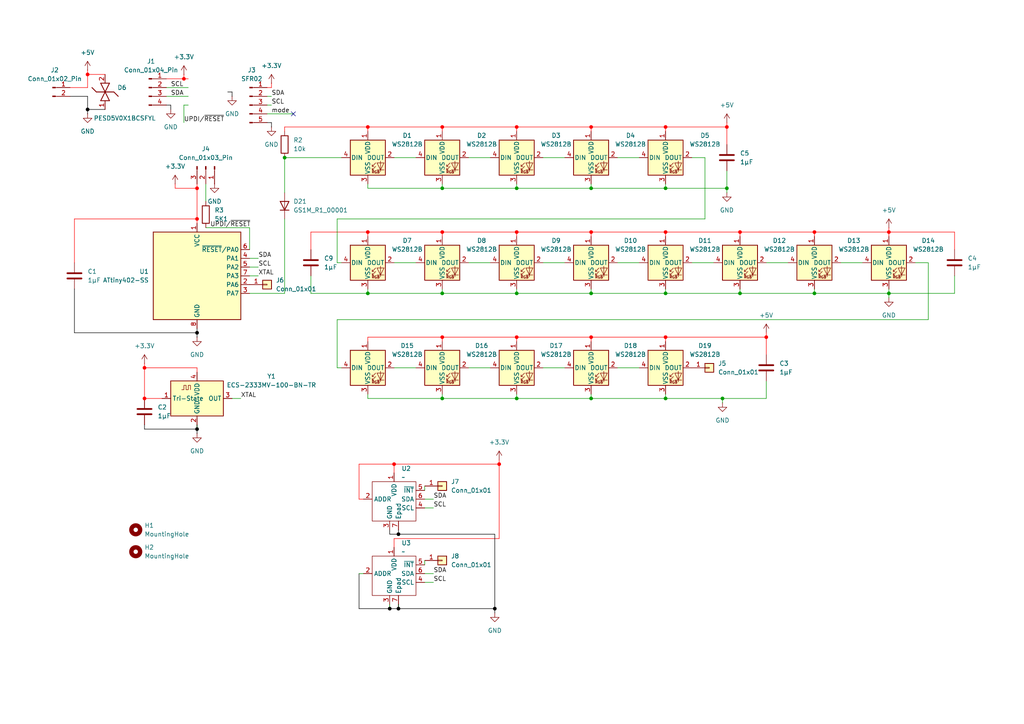
<source format=kicad_sch>
(kicad_sch (version 20250114) (generator "eeschema") (generator_version "9.0")
  (paper "A4")
  (lib_symbols
    (symbol "Connector:Conn_01x02_Pin" (pin_names (offset 1.016) (hide yes))
      (property "Reference" "J" (at 0 2.54 0))
      (property "Value" "Conn_01x02_Pin" (at 0 -5.08 0))
      (symbol "Conn_01x02_Pin_1_1"
        (rectangle (start 0.8636 0.127) (end 0 -0.127) (stroke (width 0.1524)) (fill (type outline)))
        (rectangle (start 0.8636 -2.413) (end 0 -2.667) (stroke (width 0.1524)) (fill (type outline)))
        (polyline (pts (xy 1.27 0) (xy 0.8636 0)) (stroke (width 0.1524)))
        (polyline (pts (xy 1.27 -2.54) (xy 0.8636 -2.54)) (stroke (width 0.1524)))
        (pin passive line (at 5.08 0 180) (length 3.81) (name "Pin_1") (number "1"))
        (pin passive line (at 5.08 -2.54 180) (length 3.81) (name "Pin_2") (number "2"))
      )
    )
    (symbol "Connector:Conn_01x03_Pin" (pin_names (offset 1.016) (hide yes))
      (property "Reference" "J" (at 0 5.08 0))
      (property "Value" "Conn_01x03_Pin" (at 0 -5.08 0))
      (symbol "Conn_01x03_Pin_1_1"
        (rectangle (start 0.8636 2.667) (end 0 2.413) (stroke (width 0.1524)) (fill (type outline)))
        (rectangle (start 0.8636 0.127) (end 0 -0.127) (stroke (width 0.1524)) (fill (type outline)))
        (rectangle (start 0.8636 -2.413) (end 0 -2.667) (stroke (width 0.1524)) (fill (type outline)))
        (polyline (pts (xy 1.27 2.54) (xy 0.8636 2.54)) (stroke (width 0.1524)))
        (polyline (pts (xy 1.27 0) (xy 0.8636 0)) (stroke (width 0.1524)))
        (polyline (pts (xy 1.27 -2.54) (xy 0.8636 -2.54)) (stroke (width 0.1524)))
        (pin passive line (at 5.08 2.54 180) (length 3.81) (name "Pin_1") (number "1"))
        (pin passive line (at 5.08 0 180) (length 3.81) (name "Pin_2") (number "2"))
        (pin passive line (at 5.08 -2.54 180) (length 3.81) (name "Pin_3") (number "3"))
      )
    )
    (symbol "Connector:Conn_01x04_Pin" (pin_names (offset 1.016) (hide yes))
      (property "Reference" "J" (at 0 5.08 0))
      (property "Value" "Conn_01x04_Pin" (at 0 -7.62 0))
      (symbol "Conn_01x04_Pin_1_1"
        (rectangle (start 0.8636 2.667) (end 0 2.413) (stroke (width 0.1524)) (fill (type outline)))
        (rectangle (start 0.8636 0.127) (end 0 -0.127) (stroke (width 0.1524)) (fill (type outline)))
        (rectangle (start 0.8636 -2.413) (end 0 -2.667) (stroke (width 0.1524)) (fill (type outline)))
        (rectangle (start 0.8636 -4.953) (end 0 -5.207) (stroke (width 0.1524)) (fill (type outline)))
        (polyline (pts (xy 1.27 2.54) (xy 0.8636 2.54)) (stroke (width 0.1524)))
        (polyline (pts (xy 1.27 0) (xy 0.8636 0)) (stroke (width 0.1524)))
        (polyline (pts (xy 1.27 -2.54) (xy 0.8636 -2.54)) (stroke (width 0.1524)))
        (polyline (pts (xy 1.27 -5.08) (xy 0.8636 -5.08)) (stroke (width 0.1524)))
        (pin passive line (at 5.08 2.54 180) (length 3.81) (name "Pin_1") (number "1"))
        (pin passive line (at 5.08 0 180) (length 3.81) (name "Pin_2") (number "2"))
        (pin passive line (at 5.08 -2.54 180) (length 3.81) (name "Pin_3") (number "3"))
        (pin passive line (at 5.08 -5.08 180) (length 3.81) (name "Pin_4") (number "4"))
      )
    )
    (symbol "Connector:Conn_01x05_Pin" (pin_names (offset 1.016) (hide yes))
      (property "Reference" "J" (at 0 7.62 0))
      (property "Value" "Conn_01x05_Pin" (at 0 -7.62 0))
      (symbol "Conn_01x05_Pin_1_1"
        (rectangle (start 0.8636 5.207) (end 0 4.953) (stroke (width 0.1524)) (fill (type outline)))
        (rectangle (start 0.8636 2.667) (end 0 2.413) (stroke (width 0.1524)) (fill (type outline)))
        (rectangle (start 0.8636 0.127) (end 0 -0.127) (stroke (width 0.1524)) (fill (type outline)))
        (rectangle (start 0.8636 -2.413) (end 0 -2.667) (stroke (width 0.1524)) (fill (type outline)))
        (rectangle (start 0.8636 -4.953) (end 0 -5.207) (stroke (width 0.1524)) (fill (type outline)))
        (polyline (pts (xy 1.27 5.08) (xy 0.8636 5.08)) (stroke (width 0.1524)))
        (polyline (pts (xy 1.27 2.54) (xy 0.8636 2.54)) (stroke (width 0.1524)))
        (polyline (pts (xy 1.27 0) (xy 0.8636 0)) (stroke (width 0.1524)))
        (polyline (pts (xy 1.27 -2.54) (xy 0.8636 -2.54)) (stroke (width 0.1524)))
        (polyline (pts (xy 1.27 -5.08) (xy 0.8636 -5.08)) (stroke (width 0.1524)))
        (pin passive line (at 5.08 5.08 180) (length 3.81) (name "Pin_1") (number "1"))
        (pin passive line (at 5.08 2.54 180) (length 3.81) (name "Pin_2") (number "2"))
        (pin passive line (at 5.08 0 180) (length 3.81) (name "Pin_3") (number "3"))
        (pin passive line (at 5.08 -2.54 180) (length 3.81) (name "Pin_4") (number "4"))
        (pin passive line (at 5.08 -5.08 180) (length 3.81) (name "Pin_5") (number "5"))
      )
    )
    (symbol "Connector_Generic:Conn_01x01" (pin_names (offset 1.016) (hide yes))
      (property "Reference" "J" (at 0 2.54 0))
      (property "Value" "Conn_01x01" (at 0 -2.54 0))
      (symbol "Conn_01x01_1_1"
        (rectangle (start -1.27 1.27) (end 1.27 -1.27) (stroke (width 0.254)) (fill (type background)))
        (rectangle (start -1.27 0.127) (end 0 -0.127) (stroke (width 0.1524)))
        (pin passive line (at -5.08 0 0) (length 3.81) (name "Pin_1") (number "1"))
      )
    )
    (symbol "Device:C" (pin_numbers (hide yes)) (pin_names (offset 0.254))
      (property "Reference" "C" (at 0.635 2.54 0))
      (property "Value" "C" (at 0.635 -2.54 0))
      (symbol "C_0_1"
        (polyline (pts (xy -2.032 0.762) (xy 2.032 0.762)) (stroke (width 0.508)))
        (polyline (pts (xy -2.032 -0.762) (xy 2.032 -0.762)) (stroke (width 0.508)))
      )
      (symbol "C_1_1"
        (pin passive line (at 0 3.81 270) (length 2.794) (name "~") (number "1"))
        (pin passive line (at 0 -3.81 90) (length 2.794) (name "~") (number "2"))
      )
    )
    (symbol "Device:D" (pin_numbers (hide yes)) (pin_names (offset 1.016) (hide yes))
      (property "Reference" "D" (at 0 2.54 0))
      (property "Value" "D" (at 0 -2.54 0))
      (symbol "D_0_1"
        (polyline (pts (xy -1.27 1.27) (xy -1.27 -1.27)) (stroke (width 0.254)))
        (polyline (pts (xy 1.27 1.27) (xy 1.27 -1.27) (xy -1.27 0) (xy 1.27 1.27)) (stroke (width 0.254)))
        (polyline (pts (xy 1.27 0) (xy -1.27 0)))
      )
      (symbol "D_1_1"
        (pin passive line (at -3.81 0 0) (length 2.54) (name "K") (number "1"))
        (pin passive line (at 3.81 0 180) (length 2.54) (name "A") (number "2"))
      )
    )
    (symbol "Device:R" (pin_numbers (hide yes)) (pin_names (offset 0))
      (property "Reference" "R" (at 2.032 0 90))
      (property "Value" "R" (at 0 0 90))
      (symbol "R_0_1"
        (rectangle (start -1.016 -2.54) (end 1.016 2.54) (stroke (width 0.254)))
      )
      (symbol "R_1_1"
        (pin passive line (at 0 3.81 270) (length 1.27) (name "~") (number "1"))
        (pin passive line (at 0 -3.81 90) (length 1.27) (name "~") (number "2"))
      )
    )
    (symbol "LED:WS2812B" (pin_names (offset 0.254))
      (property "Reference" "D" (at 5.08 5.715 0))
      (property "Value" "WS2812B" (at 1.27 -5.715 0))
      (symbol "WS2812B_0_0"
        (text "RGB" (at 2.286 -4.191 0) (effects (font (size 0.762 0.762))))
      )
      (symbol "WS2812B_0_1"
        (polyline (pts (xy 1.27 -2.54) (xy 1.778 -2.54)))
        (polyline (pts (xy 1.27 -3.556) (xy 1.778 -3.556)))
        (polyline (pts (xy 2.286 -1.524) (xy 1.27 -2.54) (xy 1.27 -2.032)))
        (polyline (pts (xy 2.286 -2.54) (xy 1.27 -3.556) (xy 1.27 -3.048)))
        (polyline (pts (xy 3.683 -1.016) (xy 3.683 -3.556) (xy 3.683 -4.064)))
        (polyline (pts (xy 4.699 -1.524) (xy 2.667 -1.524) (xy 3.683 -3.556) (xy 4.699 -1.524)))
        (polyline (pts (xy 4.699 -3.556) (xy 2.667 -3.556)))
        (rectangle (start 5.08 5.08) (end -5.08 -5.08) (stroke (width 0.254)) (fill (type background)))
      )
      (symbol "WS2812B_1_1"
        (pin input line (at -7.62 0 0) (length 2.54) (name "DIN") (number "4"))
        (pin power_in line (at 0 7.62 270) (length 2.54) (name "VDD") (number "1"))
        (pin power_in line (at 0 -7.62 90) (length 2.54) (name "VSS") (number "3"))
        (pin output line (at 7.62 0 180) (length 2.54) (name "DOUT") (number "2"))
      )
    )
    (symbol "MCU_Microchip_ATtiny:ATtiny202-SS"
      (property "Reference" "U" (at -12.7 13.97 0))
      (property "Value" "ATtiny202-SS" (at 2.54 -13.97 0))
      (symbol "ATtiny202-SS_0_1"
        (rectangle (start -12.7 -12.7) (end 12.7 12.7) (stroke (width 0.254)) (fill (type background)))
      )
      (symbol "ATtiny202-SS_1_1"
        (pin power_in line (at 0 15.24 270) (length 2.54) (name "VCC") (number "1"))
        (pin power_in line (at 0 -15.24 90) (length 2.54) (name "GND") (number "8"))
        (pin bidirectional line (at 15.24 7.62 180) (length 2.54) (name "~{RESET}/PA0") (number "6"))
        (pin bidirectional line (at 15.24 5.08 180) (length 2.54) (name "PA1") (number "4"))
        (pin bidirectional line (at 15.24 2.54 180) (length 2.54) (name "PA2") (number "5"))
        (pin bidirectional line (at 15.24 0 180) (length 2.54) (name "PA3") (number "7"))
        (pin bidirectional line (at 15.24 -2.54 180) (length 2.54) (name "PA6") (number "2"))
        (pin bidirectional line (at 15.24 -5.08 180) (length 2.54) (name "PA7") (number "3"))
      )
    )
    (symbol "Mechanical:MountingHole" (pin_names (offset 1.016)) (exclude_from_sim yes) (in_bom no)
      (property "Reference" "H" (at 0 5.08 0))
      (property "Value" "MountingHole" (at 0 3.175 0))
      (symbol "MountingHole_0_1"
        (circle (center 0 0) (radius 1.27) (stroke (width 1.27)))
      )
    )
    (symbol "PESD5V0X1BCSFYL:PESD5V0X1BCSFYL" (pin_names (hide yes))
      (property "Reference" "D" (at 15.24 8.89 0))
      (property "Value" "PESD5V0X1BCSFYL" (at 15.24 6.35 0))
      (symbol "PESD5V0X1BCSFYL_1_1"
        (polyline (pts (xy 7.62 1.27) (xy 7.62 -1.27)) (stroke (width 0.254)))
        (polyline (pts (xy 7.62 1.27) (xy 10.16 0)) (stroke (width 0.254)))
        (polyline (pts (xy 10.16 0) (xy 7.62 -1.27)) (stroke (width 0.254)))
        (polyline (pts (xy 10.16 0) (xy 12.7 -1.27)) (stroke (width 0.254)))
        (polyline (pts (xy 10.16 -2.54) (xy 8.89 -3.81)) (stroke (width 0.254)))
        (polyline (pts (xy 10.16 -2.54) (xy 10.16 2.54)) (stroke (width 0.254)))
        (polyline (pts (xy 11.43 3.81) (xy 10.16 2.54)) (stroke (width 0.254)))
        (polyline (pts (xy 12.7 1.27) (xy 10.16 0)) (stroke (width 0.254)))
        (polyline (pts (xy 12.7 1.27) (xy 12.7 -1.27)) (stroke (width 0.254)))
        (pin passive line (at 5.08 0 0) (length 2.54) (name "K1") (number "1"))
        (pin passive line (at 15.24 0 180) (length 2.54) (name "K2") (number "2"))
      )
    )
    (symbol "power:+3.3V" (power) (pin_numbers (hide yes)) (pin_names (offset 0) (hide yes))
      (property "Value" "+3.3V" (at 0 3.556 0))
      (symbol "+3.3V_0_1"
        (polyline (pts (xy -0.762 1.27) (xy 0 2.54)))
        (polyline (pts (xy 0 2.54) (xy 0.762 1.27)))
        (polyline (pts (xy 0 0) (xy 0 2.54)))
      )
      (symbol "+3.3V_1_1"
        (pin power_in line (at 0 0 90) (length 0) (name "~") (number "1"))
      )
    )
    (symbol "power:+5V" (power) (pin_numbers (hide yes)) (pin_names (offset 0) (hide yes))
      (property "Value" "+5V" (at 0 3.556 0))
      (symbol "+5V_0_1"
        (polyline (pts (xy -0.762 1.27) (xy 0 2.54)))
        (polyline (pts (xy 0 2.54) (xy 0.762 1.27)))
        (polyline (pts (xy 0 0) (xy 0 2.54)))
      )
      (symbol "+5V_1_1"
        (pin power_in line (at 0 0 90) (length 0) (name "~") (number "1"))
      )
    )
    (symbol "power:GND" (power) (pin_numbers (hide yes)) (pin_names (offset 0) (hide yes))
      (property "Value" "GND" (at 0 -3.81 0))
      (symbol "GND_0_1"
        (polyline (pts (xy 0 0) (xy 0 -1.27) (xy 1.27 -1.27) (xy 0 -2.54) (xy -1.27 -1.27) (xy 0 -1.27)))
      )
      (symbol "GND_1_1"
        (pin power_in line (at 0 0 270) (length 0) (name "~") (number "1"))
      )
    )
    (symbol "robot:ECS-2333MV-xxx-xx"
      (property "Reference" "Y" (at -5.08 6.35 0))
      (property "Value" "ECS-2333MV-xxx-xx" (at 1.27 -6.35 0))
      (symbol "ECS-2333MV-xxx-xx_0_1"
        (rectangle (start -7.62 5.08) (end 7.62 -5.08) (stroke (width 0.254)) (fill (type background)))
        (polyline (pts (xy -4.445 2.54) (xy -3.81 2.54) (xy -3.81 3.81) (xy -3.175 3.81) (xy -3.175 2.54) (xy -2.54 2.54) (xy -2.54 3.81) (xy -1.905 3.81) (xy -1.905 2.54)))
      )
      (symbol "ECS-2333MV-xxx-xx_1_1"
        (pin input line (at -10.16 0 0) (length 2.54) (name "Tri-State") (number "1"))
        (pin power_in line (at 0 7.62 270) (length 2.54) (name "VDD") (number "4"))
        (pin power_in line (at 0 -7.62 90) (length 2.54) (name "GND") (number "2"))
        (pin output line (at 10.16 0 180) (length 2.54) (name "OUT") (number "3"))
      )
    )
    (symbol "robot:OPT3004"
      (property "Reference" "U" (at -2.032 10.668 0))
      (symbol "OPT3004_0_1"
        (rectangle (start -6.35 5.08) (end 6.35 -6.35))
      )
      (symbol "OPT3004_1_1"
        (pin input line (at -8.89 0 0) (length 2.54) (name "ADDR") (number "2"))
        (pin input line (at -1.27 -8.89 90) (length 2.54) (name "GND") (number "3"))
        (pin input line (at 0 7.62 270) (length 2.54) (name "VDD") (number "1"))
        (pin input line (at 1.27 -8.89 90) (length 2.54) (name "Epad") (number "7"))
        (pin open_emitter line (at 8.89 2.54 180) (length 2.54) (name "~{INT}") (number "5"))
        (pin open_emitter line (at 8.89 0 180) (length 2.54) (name "SDA") (number "6"))
        (pin open_emitter line (at 8.89 -2.54 180) (length 2.54) (name "SCL") (number "4"))
      )
    )
  )
  (junction (at 214.63 85.09))
  (junction (at 128.27 115.57))
  (junction (at 193.04 85.09))
  (junction (at 128.27 54.61))
  (junction (at 222.25 97.79) (color 255 0 0 1))
  (junction (at 115.57 154.94) (color 0 0 0 1))
  (junction (at 57.15 124.46) (color 0 0 0 1))
  (junction (at 114.3 134.62) (color 255 0 0 1))
  (junction (at 57.15 96.52) (color 0 0 0 1))
  (junction (at 257.81 67.31) (color 255 0 0 1))
  (junction (at 143.51 176.53) (color 0 0 0 1))
  (junction (at 171.45 85.09))
  (junction (at 236.22 85.09))
  (junction (at 171.45 97.79) (color 255 0 0 1))
  (junction (at 193.04 54.61))
  (junction (at 57.15 54.61) (color 255 0 0 1))
  (junction (at 149.86 97.79) (color 255 0 0 1))
  (junction (at 128.27 36.83) (color 255 0 0 1))
  (junction (at 41.91 106.68) (color 255 0 0 1))
  (junction (at 193.04 97.79) (color 255 0 0 1))
  (junction (at 171.45 54.61))
  (junction (at 149.86 85.09))
  (junction (at 106.68 85.09))
  (junction (at 113.03 176.53) (color 0 0 0 1))
  (junction (at 128.27 67.31) (color 255 0 0 1))
  (junction (at 171.45 36.83) (color 255 0 0 1))
  (junction (at 57.15 63.5) (color 255 0 0 1))
  (junction (at 149.86 115.57))
  (junction (at 41.91 115.57) (color 255 0 0 1))
  (junction (at 25.4 31.75) (color 0 0 0 1))
  (junction (at 82.55 45.72))
  (junction (at 149.86 54.61))
  (junction (at 144.78 134.62) (color 255 0 0 1))
  (junction (at 193.04 36.83) (color 255 0 0 1))
  (junction (at 193.04 67.31) (color 255 0 0 1))
  (junction (at 209.55 115.57))
  (junction (at 193.04 115.57))
  (junction (at 210.82 36.83) (color 255 0 0 1))
  (junction (at 115.57 176.53) (color 0 0 0 1))
  (junction (at 25.4 21.59) (color 255 0 0 1))
  (junction (at 210.82 54.61))
  (junction (at 106.68 67.31) (color 255 0 0 1))
  (junction (at 106.68 36.83) (color 255 0 0 1))
  (junction (at 171.45 67.31) (color 255 0 0 1))
  (junction (at 236.22 67.31) (color 255 0 0 1))
  (junction (at 257.81 85.09))
  (junction (at 149.86 36.83) (color 255 0 0 1))
  (junction (at 149.86 67.31) (color 255 0 0 1))
  (junction (at 214.63 67.31) (color 255 0 0 1))
  (junction (at 53.34 22.86) (color 255 0 0 1))
  (junction (at 171.45 115.57))
  (junction (at 128.27 97.79) (color 255 0 0 1))
  (junction (at 128.27 85.09))
  (no_connect (at 85.09 33.02))
  (wire (pts (xy 113.03 153.67) (xy 113.03 154.94)) (stroke (width 0) (color 0 0 0 1)))
  (wire (pts (xy 41.91 124.46) (xy 57.15 124.46)) (stroke (width 0) (color 0 0 0 1)))
  (wire (pts (xy 171.45 114.3) (xy 171.45 115.57)))
  (wire (pts (xy 210.82 36.83) (xy 193.04 36.83)) (stroke (width 0) (color 255 0 0 1)))
  (wire (pts (xy 54.61 30.48) (xy 53.34 30.48)))
  (wire (pts (xy 106.68 97.79) (xy 128.27 97.79)) (stroke (width 0) (color 255 0 0 1)))
  (wire (pts (xy 114.3 76.2) (xy 120.65 76.2)))
  (wire (pts (xy 193.04 97.79) (xy 222.25 97.79)) (stroke (width 0) (color 255 0 0 1)))
  (wire (pts (xy 113.03 176.53) (xy 115.57 176.53)) (stroke (width 0) (color 0 0 0 1)))
  (wire (pts (xy 48.26 30.48) (xy 49.53 30.48)) (stroke (width 0) (color 0 0 0 1)))
  (wire (pts (xy 54.61 22.86) (xy 53.34 22.86)) (stroke (width 0) (color 255 0 0 1)))
  (wire (pts (xy 157.48 76.2) (xy 163.83 76.2)))
  (wire (pts (xy 128.27 36.83) (xy 128.27 38.1)) (stroke (width 0) (color 255 0 0 1)))
  (wire (pts (xy 149.86 36.83) (xy 149.86 38.1)) (stroke (width 0) (color 255 0 0 1)))
  (wire (pts (xy 135.89 76.2) (xy 142.24 76.2)))
  (wire (pts (xy 106.68 54.61) (xy 128.27 54.61)))
  (wire (pts (xy 72.39 80.01) (xy 74.93 80.01)))
  (wire (pts (xy 276.86 72.39) (xy 276.86 67.31)) (stroke (width 0) (color 255 0 0 1)))
  (wire (pts (xy 72.39 74.93) (xy 74.93 74.93)))
  (wire (pts (xy 41.91 105.41) (xy 41.91 106.68)) (stroke (width 0) (color 255 0 0 1)))
  (wire (pts (xy 193.04 114.3) (xy 193.04 115.57)))
  (wire (pts (xy 123.19 166.37) (xy 125.73 166.37)))
  (wire (pts (xy 143.51 154.94) (xy 143.51 176.53)) (stroke (width 0) (color 0 0 0 1)))
  (wire (pts (xy 149.86 54.61) (xy 171.45 54.61)))
  (wire (pts (xy 53.34 30.48) (xy 53.34 35.56)))
  (wire (pts (xy 123.19 168.91) (xy 125.73 168.91)))
  (wire (pts (xy 222.25 110.49) (xy 222.25 115.57)))
  (wire (pts (xy 57.15 63.5) (xy 57.15 64.77)) (stroke (width 0) (color 255 0 0 1)))
  (wire (pts (xy 128.27 97.79) (xy 149.86 97.79)) (stroke (width 0) (color 255 0 0 1)))
  (wire (pts (xy 171.45 85.09) (xy 193.04 85.09)))
  (wire (pts (xy 57.15 124.46) (xy 57.15 123.19)) (stroke (width 0) (color 0 0 0 1)))
  (wire (pts (xy 77.47 33.02) (xy 85.09 33.02)))
  (wire (pts (xy 171.45 53.34) (xy 171.45 54.61)))
  (wire (pts (xy 179.07 76.2) (xy 185.42 76.2)))
  (wire (pts (xy 114.3 156.21) (xy 144.78 156.21)) (stroke (width 0) (color 255 0 0 1)))
  (wire (pts (xy 82.55 63.5) (xy 82.55 85.09)))
  (wire (pts (xy 214.63 85.09) (xy 236.22 85.09)))
  (wire (pts (xy 171.45 83.82) (xy 171.45 85.09)))
  (wire (pts (xy 222.25 97.79) (xy 222.25 102.87)) (stroke (width 0) (color 255 0 0 1)))
  (wire (pts (xy 269.24 76.2) (xy 265.43 76.2)))
  (wire (pts (xy 236.22 67.31) (xy 257.81 67.31)) (stroke (width 0) (color 255 0 0 1)))
  (wire (pts (xy 77.47 35.56) (xy 78.74 35.56)) (stroke (width 0) (color 0 0 0 1)))
  (wire (pts (xy 72.39 85.09) (xy 82.55 85.09)))
  (wire (pts (xy 57.15 95.25) (xy 57.15 96.52)) (stroke (width 0) (color 0 0 0 1)))
  (wire (pts (xy 115.57 154.94) (xy 143.51 154.94)) (stroke (width 0) (color 0 0 0 1)))
  (wire (pts (xy 269.24 92.71) (xy 269.24 76.2)))
  (wire (pts (xy 115.57 153.67) (xy 115.57 154.94)) (stroke (width 0) (color 0 0 0 1)))
  (wire (pts (xy 128.27 36.83) (xy 106.68 36.83)) (stroke (width 0) (color 255 0 0 1)))
  (wire (pts (xy 114.3 106.68) (xy 120.65 106.68)))
  (wire (pts (xy 157.48 106.68) (xy 163.83 106.68)))
  (wire (pts (xy 82.55 55.88) (xy 82.55 45.72)))
  (wire (pts (xy 115.57 176.53) (xy 143.51 176.53)) (stroke (width 0) (color 0 0 0 1)))
  (wire (pts (xy 210.82 49.53) (xy 210.82 54.61)))
  (wire (pts (xy 171.45 67.31) (xy 193.04 67.31)) (stroke (width 0) (color 255 0 0 1)))
  (wire (pts (xy 179.07 45.72) (xy 185.42 45.72)))
  (wire (pts (xy 149.86 67.31) (xy 171.45 67.31)) (stroke (width 0) (color 255 0 0 1)))
  (wire (pts (xy 104.14 144.78) (xy 104.14 134.62)) (stroke (width 0) (color 255 0 0 1)))
  (wire (pts (xy 41.91 115.57) (xy 46.99 115.57)) (stroke (width 0) (color 255 0 0 1)))
  (wire (pts (xy 106.68 67.31) (xy 90.17 67.31)) (stroke (width 0) (color 255 0 0 1)))
  (wire (pts (xy 143.51 176.53) (xy 143.51 177.8)) (stroke (width 0) (color 0 0 0 1)))
  (wire (pts (xy 171.45 36.83) (xy 149.86 36.83)) (stroke (width 0) (color 255 0 0 1)))
  (wire (pts (xy 25.4 31.75) (xy 30.48 31.75)) (stroke (width 0) (color 0 0 0 1)))
  (wire (pts (xy 41.91 124.46) (xy 41.91 123.19)) (stroke (width 0) (color 0 0 0 1)))
  (wire (pts (xy 214.63 83.82) (xy 214.63 85.09)))
  (wire (pts (xy 49.53 30.48) (xy 49.53 31.75)) (stroke (width 0) (color 0 0 0 1)))
  (wire (pts (xy 123.19 162.56) (xy 123.19 163.83)))
  (wire (pts (xy 115.57 176.53) (xy 115.57 175.26)))
  (wire (pts (xy 104.14 134.62) (xy 114.3 134.62)) (stroke (width 0) (color 255 0 0 1)))
  (wire (pts (xy 157.48 45.72) (xy 163.83 45.72)))
  (wire (pts (xy 171.45 54.61) (xy 193.04 54.61)))
  (wire (pts (xy 82.55 45.72) (xy 99.06 45.72)))
  (wire (pts (xy 128.27 97.79) (xy 128.27 99.06)) (stroke (width 0) (color 255 0 0 1)))
  (wire (pts (xy 179.07 106.68) (xy 185.42 106.68)))
  (wire (pts (xy 193.04 97.79) (xy 193.04 99.06)) (stroke (width 0) (color 255 0 0 1)))
  (wire (pts (xy 97.79 92.71) (xy 269.24 92.71)))
  (wire (pts (xy 144.78 133.35) (xy 144.78 134.62)) (stroke (width 0) (color 255 0 0 1)))
  (wire (pts (xy 106.68 115.57) (xy 106.68 114.3)))
  (wire (pts (xy 257.81 85.09) (xy 257.81 86.36)))
  (wire (pts (xy 115.57 176.53) (xy 115.57 175.26)) (stroke (width 0) (color 0 0 0 1)))
  (wire (pts (xy 149.86 97.79) (xy 149.86 99.06)) (stroke (width 0) (color 255 0 0 1)))
  (wire (pts (xy 57.15 124.46) (xy 57.15 125.73)) (stroke (width 0) (color 0 0 0 1)))
  (wire (pts (xy 82.55 36.83) (xy 82.55 38.1)) (stroke (width 0) (color 255 0 0 1)))
  (wire (pts (xy 59.69 53.34) (xy 59.69 58.42)))
  (wire (pts (xy 57.15 106.68) (xy 57.15 107.95)) (stroke (width 0) (color 255 0 0 1)))
  (wire (pts (xy 222.25 97.79) (xy 222.25 96.52)) (stroke (width 0) (color 255 0 0 1)))
  (wire (pts (xy 53.34 22.86) (xy 53.34 21.59)) (stroke (width 0) (color 255 0 0 1)))
  (wire (pts (xy 114.3 45.72) (xy 120.65 45.72)))
  (wire (pts (xy 77.47 30.48) (xy 78.74 30.48)))
  (wire (pts (xy 77.47 25.4) (xy 78.74 25.4)) (stroke (width 0) (color 255 0 0 1)))
  (wire (pts (xy 106.68 67.31) (xy 128.27 67.31)) (stroke (width 0) (color 255 0 0 1)))
  (wire (pts (xy 193.04 36.83) (xy 171.45 36.83)) (stroke (width 0) (color 255 0 0 1)))
  (wire (pts (xy 25.4 21.59) (xy 30.48 21.59)) (stroke (width 0) (color 255 0 0 1)))
  (wire (pts (xy 149.86 53.34) (xy 149.86 54.61)))
  (wire (pts (xy 128.27 54.61) (xy 149.86 54.61)))
  (wire (pts (xy 214.63 67.31) (xy 236.22 67.31)) (stroke (width 0) (color 255 0 0 1)))
  (wire (pts (xy 171.45 115.57) (xy 149.86 115.57)))
  (wire (pts (xy 104.14 176.53) (xy 113.03 176.53)) (stroke (width 0) (color 0 0 0 1)))
  (wire (pts (xy 90.17 67.31) (xy 90.17 72.39)) (stroke (width 0) (color 255 0 0 1)))
  (wire (pts (xy 149.86 85.09) (xy 171.45 85.09)))
  (wire (pts (xy 21.59 83.82) (xy 21.59 96.52)) (stroke (width 0) (color 0 0 0 1)))
  (wire (pts (xy 222.25 76.2) (xy 228.6 76.2)))
  (wire (pts (xy 106.68 85.09) (xy 128.27 85.09)))
  (wire (pts (xy 104.14 166.37) (xy 104.14 176.53)) (stroke (width 0) (color 0 0 0 1)))
  (wire (pts (xy 236.22 83.82) (xy 236.22 85.09)))
  (wire (pts (xy 257.81 67.31) (xy 276.86 67.31)) (stroke (width 0) (color 255 0 0 1)))
  (wire (pts (xy 50.8 54.61) (xy 57.15 54.61)) (stroke (width 0) (color 255 0 0 1)))
  (wire (pts (xy 25.4 25.4) (xy 25.4 21.59)) (stroke (width 0) (color 255 0 0 1)))
  (wire (pts (xy 236.22 67.31) (xy 236.22 68.58)) (stroke (width 0) (color 255 0 0 1)))
  (wire (pts (xy 21.59 96.52) (xy 57.15 96.52)) (stroke (width 0) (color 0 0 0 1)))
  (wire (pts (xy 25.4 21.59) (xy 25.4 20.32)) (stroke (width 0) (color 255 0 0 1)))
  (wire (pts (xy 25.4 31.75) (xy 25.4 33.02)) (stroke (width 0) (color 0 0 0 1)))
  (wire (pts (xy 57.15 53.34) (xy 57.15 54.61)) (stroke (width 0) (color 255 0 0 1)))
  (wire (pts (xy 106.68 53.34) (xy 106.68 54.61)))
  (wire (pts (xy 128.27 67.31) (xy 128.27 68.58)) (stroke (width 0) (color 255 0 0 1)))
  (wire (pts (xy 97.79 76.2) (xy 97.79 63.5)))
  (wire (pts (xy 193.04 83.82) (xy 193.04 85.09)))
  (wire (pts (xy 20.32 27.94) (xy 25.4 27.94)) (stroke (width 0) (color 0 0 0 1)))
  (wire (pts (xy 193.04 53.34) (xy 193.04 54.61)))
  (wire (pts (xy 222.25 115.57) (xy 209.55 115.57)))
  (wire (pts (xy 66.04 26.67) (xy 67.31 26.67)) (stroke (width 0) (color 0 0 0 1)))
  (wire (pts (xy 257.81 66.04) (xy 257.81 67.31)) (stroke (width 0) (color 255 0 0 1)))
  (wire (pts (xy 106.68 36.83) (xy 82.55 36.83)) (stroke (width 0) (color 255 0 0 1)))
  (wire (pts (xy 193.04 67.31) (xy 193.04 68.58)) (stroke (width 0) (color 255 0 0 1)))
  (wire (pts (xy 113.03 176.53) (xy 113.03 175.26)) (stroke (width 0) (color 0 0 0 1)))
  (wire (pts (xy 48.26 25.4) (xy 54.61 25.4)))
  (wire (pts (xy 48.26 27.94) (xy 54.61 27.94)))
  (wire (pts (xy 50.8 53.34) (xy 50.8 54.61)) (stroke (width 0) (color 255 0 0 1)))
  (wire (pts (xy 135.89 45.72) (xy 142.24 45.72)))
  (wire (pts (xy 200.66 45.72) (xy 204.47 45.72)))
  (wire (pts (xy 123.19 147.32) (xy 125.73 147.32)))
  (wire (pts (xy 48.26 22.86) (xy 53.34 22.86)) (stroke (width 0) (color 255 0 0 1)))
  (wire (pts (xy 243.84 76.2) (xy 250.19 76.2)))
  (wire (pts (xy 210.82 36.83) (xy 210.82 41.91)) (stroke (width 0) (color 255 0 0 1)))
  (wire (pts (xy 149.86 97.79) (xy 171.45 97.79)) (stroke (width 0) (color 255 0 0 1)))
  (wire (pts (xy 106.68 83.82) (xy 106.68 85.09)))
  (wire (pts (xy 128.27 85.09) (xy 149.86 85.09)))
  (wire (pts (xy 257.81 67.31) (xy 257.81 68.58)) (stroke (width 0) (color 255 0 0 1)))
  (wire (pts (xy 57.15 54.61) (xy 57.15 63.5)) (stroke (width 0) (color 255 0 0 1)))
  (wire (pts (xy 276.86 85.09) (xy 276.86 80.01)))
  (wire (pts (xy 20.32 25.4) (xy 25.4 25.4)) (stroke (width 0) (color 255 0 0 1)))
  (wire (pts (xy 193.04 67.31) (xy 214.63 67.31)) (stroke (width 0) (color 255 0 0 1)))
  (wire (pts (xy 104.14 166.37) (xy 105.41 166.37)))
  (wire (pts (xy 236.22 85.09) (xy 257.81 85.09)))
  (wire (pts (xy 72.39 77.47) (xy 74.93 77.47)))
  (wire (pts (xy 193.04 115.57) (xy 171.45 115.57)))
  (wire (pts (xy 59.69 66.04) (xy 72.39 66.04)))
  (wire (pts (xy 106.68 99.06) (xy 106.68 97.79)) (stroke (width 0) (color 255 0 0 1)))
  (wire (pts (xy 114.3 137.16) (xy 114.3 134.62)) (stroke (width 0) (color 255 0 0 1)))
  (wire (pts (xy 149.86 83.82) (xy 149.86 85.09)))
  (wire (pts (xy 99.06 76.2) (xy 97.79 76.2)))
  (wire (pts (xy 90.17 80.01) (xy 90.17 85.09)))
  (wire (pts (xy 128.27 83.82) (xy 128.27 85.09)))
  (wire (pts (xy 97.79 63.5) (xy 204.47 63.5)))
  (wire (pts (xy 257.81 85.09) (xy 276.86 85.09)))
  (wire (pts (xy 78.74 35.56) (xy 78.74 36.83)) (stroke (width 0) (color 0 0 0 1)))
  (wire (pts (xy 106.68 38.1) (xy 106.68 36.83)) (stroke (width 0) (color 255 0 0 1)))
  (wire (pts (xy 57.15 96.52) (xy 57.15 97.79)) (stroke (width 0) (color 0 0 0 1)))
  (wire (pts (xy 97.79 92.71) (xy 97.79 106.68)))
  (wire (pts (xy 123.19 140.97) (xy 123.19 142.24)))
  (wire (pts (xy 114.3 134.62) (xy 144.78 134.62)) (stroke (width 0) (color 255 0 0 1)))
  (wire (pts (xy 67.31 26.67) (xy 67.31 27.94)) (stroke (width 0) (color 0 0 0 1)))
  (wire (pts (xy 144.78 156.21) (xy 144.78 134.62)) (stroke (width 0) (color 255 0 0 1)))
  (wire (pts (xy 171.45 67.31) (xy 171.45 68.58)) (stroke (width 0) (color 255 0 0 1)))
  (wire (pts (xy 114.3 158.75) (xy 114.3 156.21)) (stroke (width 0) (color 255 0 0 1)))
  (wire (pts (xy 193.04 85.09) (xy 214.63 85.09)))
  (wire (pts (xy 200.66 76.2) (xy 207.01 76.2)))
  (wire (pts (xy 113.03 176.53) (xy 113.03 175.26)))
  (wire (pts (xy 210.82 35.56) (xy 210.82 36.83)) (stroke (width 0) (color 255 0 0 1)))
  (wire (pts (xy 193.04 54.61) (xy 210.82 54.61)))
  (wire (pts (xy 149.86 67.31) (xy 149.86 68.58)) (stroke (width 0) (color 255 0 0 1)))
  (wire (pts (xy 67.31 115.57) (xy 69.85 115.57)))
  (wire (pts (xy 128.27 67.31) (xy 149.86 67.31)) (stroke (width 0) (color 255 0 0 1)))
  (wire (pts (xy 214.63 67.31) (xy 214.63 68.58)) (stroke (width 0) (color 255 0 0 1)))
  (wire (pts (xy 106.68 68.58) (xy 106.68 67.31)) (stroke (width 0) (color 255 0 0 1)))
  (wire (pts (xy 21.59 63.5) (xy 57.15 63.5)) (stroke (width 0) (color 255 0 0 1)))
  (wire (pts (xy 149.86 36.83) (xy 128.27 36.83)) (stroke (width 0) (color 255 0 0 1)))
  (wire (pts (xy 128.27 114.3) (xy 128.27 115.57)))
  (wire (pts (xy 72.39 66.04) (xy 72.39 72.39)))
  (wire (pts (xy 104.14 144.78) (xy 105.41 144.78)) (stroke (width 0) (color 255 0 0 1)))
  (wire (pts (xy 210.82 54.61) (xy 210.82 55.88)))
  (wire (pts (xy 77.47 27.94) (xy 78.74 27.94)))
  (wire (pts (xy 21.59 63.5) (xy 21.59 76.2)) (stroke (width 0) (color 255 0 0 1)))
  (wire (pts (xy 209.55 115.57) (xy 209.55 116.84)))
  (wire (pts (xy 57.15 106.68) (xy 41.91 106.68)) (stroke (width 0) (color 255 0 0 1)))
  (wire (pts (xy 171.45 36.83) (xy 171.45 38.1)) (stroke (width 0) (color 255 0 0 1)))
  (wire (pts (xy 41.91 106.68) (xy 41.91 115.57)) (stroke (width 0) (color 255 0 0 1)))
  (wire (pts (xy 209.55 115.57) (xy 193.04 115.57)))
  (wire (pts (xy 97.79 106.68) (xy 99.06 106.68)))
  (wire (pts (xy 149.86 114.3) (xy 149.86 115.57)))
  (wire (pts (xy 171.45 97.79) (xy 193.04 97.79)) (stroke (width 0) (color 255 0 0 1)))
  (wire (pts (xy 57.15 124.46) (xy 57.15 123.19)))
  (wire (pts (xy 78.74 25.4) (xy 78.74 24.13)) (stroke (width 0) (color 255 0 0 1)))
  (wire (pts (xy 123.19 144.78) (xy 125.73 144.78)))
  (wire (pts (xy 135.89 106.68) (xy 142.24 106.68)))
  (wire (pts (xy 149.86 115.57) (xy 128.27 115.57)))
  (wire (pts (xy 257.81 83.82) (xy 257.81 85.09)))
  (wire (pts (xy 128.27 53.34) (xy 128.27 54.61)))
  (wire (pts (xy 171.45 97.79) (xy 171.45 99.06)) (stroke (width 0) (color 255 0 0 1)))
  (wire (pts (xy 193.04 36.83) (xy 193.04 38.1)) (stroke (width 0) (color 255 0 0 1)))
  (wire (pts (xy 128.27 115.57) (xy 106.68 115.57)))
  (wire (pts (xy 204.47 45.72) (xy 204.47 63.5)))
  (wire (pts (xy 90.17 85.09) (xy 106.68 85.09)))
  (wire (pts (xy 25.4 27.94) (xy 25.4 31.75)) (stroke (width 0) (color 0 0 0 1)))
  (wire (pts (xy 113.03 154.94) (xy 115.57 154.94)) (stroke (width 0) (color 0 0 0 1)))
  (label "UPDI{slash}~{RESET}" (at 60.96 66.04 0))
  (label "SCL" (at 125.73 168.91 0))
  (label "SDA" (at 125.73 144.78 0))
  (label "SDA" (at 78.74 27.94 0))
  (label "SDA" (at 125.73 166.37 0))
  (label "SCL" (at 78.74 30.48 0))
  (label "SCL" (at 125.73 147.32 0))
  (label "mode" (at 78.74 33.02 0))
  (label "SDA" (at 74.93 74.93 0))
  (label "UPDI{slash}~{RESET}" (at 53.34 35.56 0))
  (label "XTAL" (at 74.93 80.01 0))
  (label "SCL" (at 49.53 25.4 0))
  (label "XTAL" (at 69.85 115.57 0))
  (label "SCL" (at 74.93 77.47 0))
  (label "SDA" (at 49.53 27.94 0))
  (symbol (lib_id "Connector:Conn_01x02_Pin") (at 15.24 25.4 0) (unit 1)
    (property "Reference" "J2" (at 15.875 20.32 0))
    (property "Value" "Conn_01x02_Pin" (at 15.875 22.86 0))
    (property "Footprint" "Connector_PinHeader_2.54mm:PinHeader_1x02_P2.54mm_Vertical" (effects (hide yes)))
    (property "Description" "Generic connector, single row, 01x02, script generated" (effects (hide yes)))
  )
  (symbol (lib_id "Device:R") (at 59.69 62.23 0) (unit 1)
    (property "Reference" "R3" (at 62.23 60.9599 0) (effects (justify left)))
    (property "Value" "5K1" (at 62.23 63.4999 0) (effects (justify left)))
    (property "Footprint" "Resistor_SMD:R_0603_1608Metric" (effects (hide yes)))
    (property "Description" "Resistor" (effects (hide yes)))
  )
  (symbol (lib_id "power:GND") (at 78.74 36.83 0) (unit 1)
    (property "Reference" "#PWR015" (effects (hide yes)))
    (property "Value" "GND" (at 78.74 41.91 0))
    (property "Description" "Power symbol creates a global label with name \"GND\" , ground" (effects (hide yes)))
  )
  (symbol (lib_id "Device:C") (at 276.86 76.2 0) (unit 1)
    (property "Reference" "C4" (at 280.67 74.9299 0) (effects (justify left)))
    (property "Value" "1µF" (at 280.67 77.4699 0) (effects (justify left)))
    (property "Footprint" "Capacitor_SMD:C_0603_1608Metric" (effects (hide yes)))
    (property "Description" "Unpolarized capacitor" (effects (hide yes)))
  )
  (symbol (lib_id "power:GND") (at 143.51 177.8 0) (unit 1)
    (property "Reference" "#PWR019" (effects (hide yes)))
    (property "Value" "GND" (at 143.51 182.88 0))
    (property "Description" "Power symbol creates a global label with name \"GND\" , ground" (effects (hide yes)))
  )
  (symbol (lib_id "power:GND") (at 67.31 27.94 0) (unit 1)
    (property "Reference" "#PWR020" (effects (hide yes)))
    (property "Value" "GND" (at 67.31 33.02 0))
    (property "Description" "Power symbol creates a global label with name \"GND\" , ground" (effects (hide yes)))
  )
  (symbol (lib_id "Device:C") (at 90.17 76.2 0) (unit 1)
    (property "Reference" "C9" (at 93.98 74.9299 0) (effects (justify left)))
    (property "Value" "1µF" (at 93.98 77.4699 0) (effects (justify left)))
    (property "Footprint" "Capacitor_SMD:C_0603_1608Metric" (effects (hide yes)))
    (property "Description" "Unpolarized capacitor" (effects (hide yes)))
  )
  (symbol (lib_id "Device:D") (at 82.55 59.69 90) (unit 1)
    (property "Reference" "D21" (at 85.09 58.4199 90) (effects (justify right)))
    (property "Value" "GS1M_R1_00001" (at 85.09 60.9599 90) (effects (justify right)))
    (property "Footprint" "Diode_SMD:D_SMA" (effects (hide yes)))
    (property "Description" "Diode" (effects (hide yes)))
    (property "Sim.Device" "D" (effects (hide yes)))
    (property "Sim.Pins" "1=K 2=A" (effects (hide yes)))
  )
  (symbol (lib_id "LED:WS2812B") (at 149.86 76.2 0) (unit 1)
    (property "Reference" "D9" (at 161.29 69.7798 0))
    (property "Value" "WS2812B" (at 161.29 72.3198 0))
    (property "Footprint" "LED_SMD:LED_WS2812B_PLCC4_5.0x5.0mm_P3.2mm" (effects (hide yes)))
    (property "Datasheet" "https://cdn-shop.adafruit.com/datasheets/WS2812B.pdf" (effects (hide yes)))
    (property "Description" "RGB LED with integrated controller" (effects (hide yes)))
  )
  (symbol (lib_id "power:GND") (at 49.53 31.75 0) (unit 1)
    (property "Reference" "#PWR01" (effects (hide yes)))
    (property "Value" "GND" (at 49.53 36.83 0))
    (property "Description" "Power symbol creates a global label with name \"GND\" , ground" (effects (hide yes)))
  )
  (symbol (lib_id "power:+5V") (at 210.82 35.56 0) (unit 1)
    (property "Reference" "#PWR03" (effects (hide yes)))
    (property "Value" "+5V" (at 210.82 30.48 0))
    (property "Description" "Power symbol creates a global label with name \"+5V\"" (effects (hide yes)))
  )
  (symbol (lib_id "LED:WS2812B") (at 106.68 106.68 0) (unit 1)
    (property "Reference" "D15" (at 118.11 100.2598 0))
    (property "Value" "WS2812B" (at 118.11 102.7998 0))
    (property "Footprint" "LED_SMD:LED_WS2812B_PLCC4_5.0x5.0mm_P3.2mm" (effects (hide yes)))
    (property "Datasheet" "https://cdn-shop.adafruit.com/datasheets/WS2812B.pdf" (effects (hide yes)))
    (property "Description" "RGB LED with integrated controller" (effects (hide yes)))
  )
  (symbol (lib_id "robot:ECS-2333MV-xxx-xx") (at 57.15 115.57 0) (unit 1)
    (property "Reference" "Y1" (at 78.74 109.1498 0))
    (property "Value" "ECS-2333MV-100-BN-TR" (at 78.74 111.6898 0))
    (property "Footprint" "Oscillator:ESC-2333-xxx-xxx" (effects (hide yes)))
    (property "Datasheet" "https://www.mouser.be/datasheet/2/122/ecs_2325_2333-8384.pdf" (effects (hide yes)))
    (property "Description" "CMOS Crystal Clock Oscillator, 2.5x3.2 mm SMD" (effects (hide yes)))
  )
  (symbol (lib_id "LED:WS2812B") (at 171.45 106.68 0) (unit 1)
    (property "Reference" "D18" (at 182.88 100.2598 0))
    (property "Value" "WS2812B" (at 182.88 102.7998 0))
    (property "Footprint" "LED_SMD:LED_WS2812B_PLCC4_5.0x5.0mm_P3.2mm" (effects (hide yes)))
    (property "Datasheet" "https://cdn-shop.adafruit.com/datasheets/WS2812B.pdf" (effects (hide yes)))
    (property "Description" "RGB LED with integrated controller" (effects (hide yes)))
  )
  (symbol (lib_id "Device:C") (at 21.59 80.01 0) (unit 1)
    (property "Reference" "C1" (at 25.4 78.7399 0) (effects (justify left)))
    (property "Value" "1µF" (at 25.4 81.2799 0) (effects (justify left)))
    (property "Footprint" "Capacitor_SMD:C_0603_1608Metric" (effects (hide yes)))
    (property "Description" "Unpolarized capacitor" (effects (hide yes)))
  )
  (symbol (lib_id "Connector:Conn_01x04_Pin") (at 43.18 25.4 0) (unit 1)
    (property "Reference" "J1" (at 43.815 17.78 0))
    (property "Value" "Conn_01x04_Pin" (at 43.815 20.32 0))
    (property "Footprint" "Connector_PinHeader_2.54mm:PinHeader_1x04_P2.54mm_Vertical" (effects (hide yes)))
    (property "Description" "Generic connector, single row, 01x04, script generated" (effects (hide yes)))
  )
  (symbol (lib_id "power:+5V") (at 25.4 20.32 0) (unit 1)
    (property "Reference" "#PWR06" (effects (hide yes)))
    (property "Value" "+5V" (at 25.4 15.24 0))
    (property "Description" "Power symbol creates a global label with name \"+5V\"" (effects (hide yes)))
  )
  (symbol (lib_id "power:GND") (at 25.4 33.02 0) (unit 1)
    (property "Reference" "#PWR09" (effects (hide yes)))
    (property "Value" "GND" (at 25.4 38.1 0))
    (property "Description" "Power symbol creates a global label with name \"GND\" , ground" (effects (hide yes)))
  )
  (symbol (lib_id "LED:WS2812B") (at 128.27 106.68 0) (unit 1)
    (property "Reference" "D16" (at 139.7 100.2598 0))
    (property "Value" "WS2812B" (at 139.7 102.7998 0))
    (property "Footprint" "LED_SMD:LED_WS2812B_PLCC4_5.0x5.0mm_P3.2mm" (effects (hide yes)))
    (property "Datasheet" "https://cdn-shop.adafruit.com/datasheets/WS2812B.pdf" (effects (hide yes)))
    (property "Description" "RGB LED with integrated controller" (effects (hide yes)))
  )
  (symbol (lib_id "LED:WS2812B") (at 171.45 76.2 0) (unit 1)
    (property "Reference" "D10" (at 182.88 69.7798 0))
    (property "Value" "WS2812B" (at 182.88 72.3198 0))
    (property "Footprint" "LED_SMD:LED_WS2812B_PLCC4_5.0x5.0mm_P3.2mm" (effects (hide yes)))
    (property "Datasheet" "https://cdn-shop.adafruit.com/datasheets/WS2812B.pdf" (effects (hide yes)))
    (property "Description" "RGB LED with integrated controller" (effects (hide yes)))
  )
  (symbol (lib_id "LED:WS2812B") (at 171.45 45.72 0) (unit 1)
    (property "Reference" "D4" (at 182.88 39.2998 0))
    (property "Value" "WS2812B" (at 182.88 41.8398 0))
    (property "Footprint" "LED_SMD:LED_WS2812B_PLCC4_5.0x5.0mm_P3.2mm" (effects (hide yes)))
    (property "Datasheet" "https://cdn-shop.adafruit.com/datasheets/WS2812B.pdf" (effects (hide yes)))
    (property "Description" "RGB LED with integrated controller" (effects (hide yes)))
  )
  (symbol (lib_id "LED:WS2812B") (at 128.27 76.2 0) (unit 1)
    (property "Reference" "D8" (at 139.7 69.7798 0))
    (property "Value" "WS2812B" (at 139.7 72.3198 0))
    (property "Footprint" "LED_SMD:LED_WS2812B_PLCC4_5.0x5.0mm_P3.2mm" (effects (hide yes)))
    (property "Datasheet" "https://cdn-shop.adafruit.com/datasheets/WS2812B.pdf" (effects (hide yes)))
    (property "Description" "RGB LED with integrated controller" (effects (hide yes)))
  )
  (symbol (lib_id "robot:OPT3004") (at 114.3 166.37 0) (unit 1)
    (property "Reference" "U3" (at 116.4433 157.48 0) (effects (justify left)))
    (property "Value" "~" (at 116.4433 160.02 0) (effects (justify left)))
    (property "Footprint" "Package_SON:Texas_PWSON-N6" (effects (hide yes)))
    (property "Datasheet" "https://www.ti.com/lit/ds/symlink/opt3004.pdf?ts=1746601569569&ref_url=https%253A%252F%252Fwww.ti.com%252Fproduct%252FOPT3004" (effects (hide yes)))
  )
  (symbol (lib_id "power:+3.3V") (at 144.78 133.35 0) (unit 1)
    (property "Reference" "#PWR018" (effects (hide yes)))
    (property "Value" "+3.3V" (at 144.78 128.27 0))
    (property "Description" "Power symbol creates a global label with name \"+3.3V\"" (effects (hide yes)))
  )
  (symbol (lib_id "power:GND") (at 209.55 116.84 0) (unit 1)
    (property "Reference" "#PWR010" (effects (hide yes)))
    (property "Value" "GND" (at 209.55 121.92 0))
    (property "Description" "Power symbol creates a global label with name \"GND\" , ground" (effects (hide yes)))
  )
  (symbol (lib_id "LED:WS2812B") (at 193.04 76.2 0) (unit 1)
    (property "Reference" "D11" (at 204.47 69.7798 0))
    (property "Value" "WS2812B" (at 204.47 72.3198 0))
    (property "Footprint" "LED_SMD:LED_WS2812B_PLCC4_5.0x5.0mm_P3.2mm" (effects (hide yes)))
    (property "Datasheet" "https://cdn-shop.adafruit.com/datasheets/WS2812B.pdf" (effects (hide yes)))
    (property "Description" "RGB LED with integrated controller" (effects (hide yes)))
  )
  (symbol (lib_id "Connector_Generic:Conn_01x01") (at 205.74 106.68 0) (unit 1)
    (property "Reference" "J5" (at 208.28 105.4099 0) (effects (justify left)))
    (property "Value" "Conn_01x01" (at 208.28 107.9499 0) (effects (justify left)))
    (property "Footprint" "Connector_Wire:SolderWirePad_1x01_SMD_1x2mm" (effects (hide yes)))
    (property "Description" "Generic connector, single row, 01x01, script generated (kicad-library-utils/schlib/autogen/connector/)" (effects (hide yes)))
  )
  (symbol (lib_id "power:GND") (at 210.82 55.88 0) (unit 1)
    (property "Reference" "#PWR014" (effects (hide yes)))
    (property "Value" "GND" (at 210.82 60.96 0))
    (property "Description" "Power symbol creates a global label with name \"GND\" , ground" (effects (hide yes)))
  )
  (symbol (lib_id "Mechanical:MountingHole") (at 39.37 160.02 0) (unit 1) (exclude_from_sim yes) (in_bom no)
    (property "Reference" "H2" (at 41.91 158.7499 0) (effects (justify left)))
    (property "Value" "MountingHole" (at 41.91 161.2899 0) (effects (justify left)))
    (property "Footprint" "MountingHole:MountingHole_3.5mm" (effects (hide yes)))
    (property "Description" "Mounting Hole without connection" (effects (hide yes)))
  )
  (symbol (lib_id "Device:C") (at 222.25 106.68 0) (unit 1)
    (property "Reference" "C3" (at 226.06 105.4099 0) (effects (justify left)))
    (property "Value" "1µF" (at 226.06 107.95 0) (effects (justify left)))
    (property "Footprint" "Capacitor_SMD:C_0603_1608Metric" (effects (hide yes)))
    (property "Description" "Unpolarized capacitor" (effects (hide yes)))
  )
  (symbol (lib_id "Device:C") (at 41.91 119.38 0) (unit 1)
    (property "Reference" "C2" (at 45.72 118.1099 0) (effects (justify left)))
    (property "Value" "1µF" (at 45.72 120.6499 0) (effects (justify left)))
    (property "Footprint" "Capacitor_SMD:C_0603_1608Metric" (effects (hide yes)))
    (property "Description" "Unpolarized capacitor" (effects (hide yes)))
  )
  (symbol (lib_id "LED:WS2812B") (at 193.04 45.72 0) (unit 1)
    (property "Reference" "D5" (at 204.47 39.2998 0))
    (property "Value" "WS2812B" (at 204.47 41.8398 0))
    (property "Footprint" "LED_SMD:LED_WS2812B_PLCC4_5.0x5.0mm_P3.2mm" (effects (hide yes)))
    (property "Datasheet" "https://cdn-shop.adafruit.com/datasheets/WS2812B.pdf" (effects (hide yes)))
    (property "Description" "RGB LED with integrated controller" (effects (hide yes)))
  )
  (symbol (lib_id "robot:OPT3004") (at 114.3 144.78 0) (unit 1)
    (property "Reference" "U2" (at 116.4433 135.89 0) (effects (justify left)))
    (property "Value" "~" (at 116.4433 138.43 0) (effects (justify left)))
    (property "Footprint" "Package_SON:Texas_PWSON-N6" (effects (hide yes)))
    (property "Datasheet" "https://www.ti.com/lit/ds/symlink/opt3004.pdf?ts=1746601569569&ref_url=https%253A%252F%252Fwww.ti.com%252Fproduct%252FOPT3004" (effects (hide yes)))
  )
  (symbol (lib_id "power:+3.3V") (at 53.34 21.59 0) (unit 1)
    (property "Reference" "#PWR02" (effects (hide yes)))
    (property "Value" "+3.3V" (at 53.34 16.51 0))
    (property "Description" "Power symbol creates a global label with name \"+3.3V\"" (effects (hide yes)))
  )
  (symbol (lib_id "Connector:Conn_01x03_Pin") (at 59.69 48.26 270) (unit 1)
    (property "Reference" "J4" (at 59.69 43.18 90))
    (property "Value" "Conn_01x03_Pin" (at 59.69 45.72 90))
    (property "Footprint" "Connector_PinHeader_2.54mm:PinHeader_1x03_P2.54mm_Vertical" (effects (hide yes)))
    (property "Description" "Generic connector, single row, 01x03, script generated" (effects (hide yes)))
  )
  (symbol (lib_id "LED:WS2812B") (at 257.81 76.2 0) (unit 1)
    (property "Reference" "D14" (at 269.24 69.7798 0))
    (property "Value" "WS2812B" (at 269.24 72.3198 0))
    (property "Footprint" "LED_SMD:LED_WS2812B_PLCC4_5.0x5.0mm_P3.2mm" (effects (hide yes)))
    (property "Datasheet" "https://cdn-shop.adafruit.com/datasheets/WS2812B.pdf" (effects (hide yes)))
    (property "Description" "RGB LED with integrated controller" (effects (hide yes)))
  )
  (symbol (lib_id "LED:WS2812B") (at 106.68 45.72 0) (unit 1)
    (property "Reference" "D1" (at 118.11 39.2998 0))
    (property "Value" "WS2812B" (at 118.11 41.8398 0))
    (property "Footprint" "LED_SMD:LED_WS2812B_PLCC4_5.0x5.0mm_P3.2mm" (effects (hide yes)))
    (property "Datasheet" "https://cdn-shop.adafruit.com/datasheets/WS2812B.pdf" (effects (hide yes)))
    (property "Description" "RGB LED with integrated controller" (effects (hide yes)))
  )
  (symbol (lib_id "Device:C") (at 210.82 45.72 0) (unit 1)
    (property "Reference" "C5" (at 214.63 44.4499 0) (effects (justify left)))
    (property "Value" "1µF" (at 214.63 46.9899 0) (effects (justify left)))
    (property "Footprint" "Capacitor_SMD:C_0603_1608Metric" (effects (hide yes)))
    (property "Description" "Unpolarized capacitor" (effects (hide yes)))
  )
  (symbol (lib_id "LED:WS2812B") (at 214.63 76.2 0) (unit 1)
    (property "Reference" "D12" (at 226.06 69.7798 0))
    (property "Value" "WS2812B" (at 226.06 72.3198 0))
    (property "Footprint" "LED_SMD:LED_WS2812B_PLCC4_5.0x5.0mm_P3.2mm" (effects (hide yes)))
    (property "Datasheet" "https://cdn-shop.adafruit.com/datasheets/WS2812B.pdf" (effects (hide yes)))
    (property "Description" "RGB LED with integrated controller" (effects (hide yes)))
  )
  (symbol (lib_id "power:+3.3V") (at 41.91 105.41 0) (unit 1)
    (property "Reference" "#PWR013" (effects (hide yes)))
    (property "Value" "+3.3V" (at 41.91 100.33 0))
    (property "Description" "Power symbol creates a global label with name \"+3.3V\"" (effects (hide yes)))
  )
  (symbol (lib_id "Connector:Conn_01x05_Pin") (at 72.39 30.48 0) (unit 1)
    (property "Reference" "J3" (at 73.025 20.32 0))
    (property "Value" "SFR02" (at 73.025 22.86 0))
    (property "Footprint" "Connector_PinHeader_2.54mm:PinHeader_1x05_P2.54mm_Vertical" (effects (hide yes)))
    (property "Datasheet" "https://www.robot-electronics.co.uk/htm/srf02techI2C.htm" (effects (hide yes)))
    (property "Description" "Generic connector, single row, 01x05, script generated" (effects (hide yes)))
  )
  (symbol (lib_id "power:GND") (at 257.81 86.36 0) (unit 1)
    (property "Reference" "#PWR011" (effects (hide yes)))
    (property "Value" "GND" (at 257.81 91.44 0))
    (property "Description" "Power symbol creates a global label with name \"GND\" , ground" (effects (hide yes)))
  )
  (symbol (lib_id "power:GND") (at 57.15 97.79 0) (unit 1)
    (property "Reference" "#PWR08" (effects (hide yes)))
    (property "Value" "GND" (at 57.15 102.87 0))
    (property "Description" "Power symbol creates a global label with name \"GND\" , ground" (effects (hide yes)))
  )
  (symbol (lib_id "LED:WS2812B") (at 236.22 76.2 0) (unit 1)
    (property "Reference" "D13" (at 247.65 69.7798 0))
    (property "Value" "WS2812B" (at 247.65 72.3198 0))
    (property "Footprint" "LED_SMD:LED_WS2812B_PLCC4_5.0x5.0mm_P3.2mm" (effects (hide yes)))
    (property "Datasheet" "https://cdn-shop.adafruit.com/datasheets/WS2812B.pdf" (effects (hide yes)))
    (property "Description" "RGB LED with integrated controller" (effects (hide yes)))
  )
  (symbol (lib_id "power:GND") (at 57.15 125.73 0) (unit 1)
    (property "Reference" "#PWR012" (effects (hide yes)))
    (property "Value" "GND" (at 57.15 130.81 0))
    (property "Description" "Power symbol creates a global label with name \"GND\" , ground" (effects (hide yes)))
  )
  (symbol (lib_id "power:+5V") (at 222.25 96.52 0) (unit 1)
    (property "Reference" "#PWR05" (effects (hide yes)))
    (property "Value" "+5V" (at 222.25 91.44 0))
    (property "Description" "Power symbol creates a global label with name \"+5V\"" (effects (hide yes)))
  )
  (symbol (lib_id "LED:WS2812B") (at 149.86 106.68 0) (unit 1)
    (property "Reference" "D17" (at 161.29 100.2598 0))
    (property "Value" "WS2812B" (at 161.29 102.7998 0))
    (property "Footprint" "LED_SMD:LED_WS2812B_PLCC4_5.0x5.0mm_P3.2mm" (effects (hide yes)))
    (property "Datasheet" "https://cdn-shop.adafruit.com/datasheets/WS2812B.pdf" (effects (hide yes)))
    (property "Description" "RGB LED with integrated controller" (effects (hide yes)))
  )
  (symbol (lib_id "LED:WS2812B") (at 149.86 45.72 0) (unit 1)
    (property "Reference" "D3" (at 161.29 39.2998 0))
    (property "Value" "WS2812B" (at 161.29 41.8398 0))
    (property "Footprint" "LED_SMD:LED_WS2812B_PLCC4_5.0x5.0mm_P3.2mm" (effects (hide yes)))
    (property "Datasheet" "https://cdn-shop.adafruit.com/datasheets/WS2812B.pdf" (effects (hide yes)))
    (property "Description" "RGB LED with integrated controller" (effects (hide yes)))
  )
  (symbol (lib_id "power:+5V") (at 257.81 66.04 0) (unit 1)
    (property "Reference" "#PWR04" (effects (hide yes)))
    (property "Value" "+5V" (at 257.81 60.96 0))
    (property "Description" "Power symbol creates a global label with name \"+5V\"" (effects (hide yes)))
  )
  (symbol (lib_id "LED:WS2812B") (at 128.27 45.72 0) (unit 1)
    (property "Reference" "D2" (at 139.7 39.2998 0))
    (property "Value" "WS2812B" (at 139.7 41.8398 0))
    (property "Footprint" "LED_SMD:LED_WS2812B_PLCC4_5.0x5.0mm_P3.2mm" (effects (hide yes)))
    (property "Datasheet" "https://cdn-shop.adafruit.com/datasheets/WS2812B.pdf" (effects (hide yes)))
    (property "Description" "RGB LED with integrated controller" (effects (hide yes)))
  )
  (symbol (lib_id "Connector_Generic:Conn_01x01") (at 77.47 82.55 0) (unit 1)
    (property "Reference" "J6" (at 80.01 81.2799 0) (effects (justify left)))
    (property "Value" "Conn_01x01" (at 80.01 83.8199 0) (effects (justify left)))
    (property "Footprint" "Connector_Wire:SolderWirePad_1x01_SMD_1x2mm" (effects (hide yes)))
    (property "Description" "Generic connector, single row, 01x01, script generated (kicad-library-utils/schlib/autogen/connector/)" (effects (hide yes)))
  )
  (symbol (lib_id "Connector_Generic:Conn_01x01") (at 128.27 162.56 0) (unit 1)
    (property "Reference" "J8" (at 130.81 161.2899 0) (effects (justify left)))
    (property "Value" "Conn_01x01" (at 130.81 163.8299 0) (effects (justify left)))
    (property "Footprint" "Connector_Wire:SolderWirePad_1x01_SMD_1x2mm" (effects (hide yes)))
    (property "Description" "Generic connector, single row, 01x01, script generated (kicad-library-utils/schlib/autogen/connector/)" (effects (hide yes)))
  )
  (symbol (lib_id "power:+3.3V") (at 50.8 53.34 0) (unit 1)
    (property "Reference" "#PWR07" (effects (hide yes)))
    (property "Value" "+3.3V" (at 50.8 48.26 0))
    (property "Description" "Power symbol creates a global label with name \"+3.3V\"" (effects (hide yes)))
  )
  (symbol (lib_id "LED:WS2812B") (at 106.68 76.2 0) (unit 1)
    (property "Reference" "D7" (at 118.11 69.7798 0))
    (property "Value" "WS2812B" (at 118.11 72.3198 0))
    (property "Footprint" "LED_SMD:LED_WS2812B_PLCC4_5.0x5.0mm_P3.2mm" (effects (hide yes)))
    (property "Datasheet" "https://cdn-shop.adafruit.com/datasheets/WS2812B.pdf" (effects (hide yes)))
    (property "Description" "RGB LED with integrated controller" (effects (hide yes)))
  )
  (symbol (lib_id "Mechanical:MountingHole") (at 39.37 153.67 0) (unit 1) (exclude_from_sim yes) (in_bom no)
    (property "Reference" "H1" (at 41.91 152.3999 0) (effects (justify left)))
    (property "Value" "MountingHole" (at 41.91 154.9399 0) (effects (justify left)))
    (property "Footprint" "MountingHole:MountingHole_3.5mm" (effects (hide yes)))
    (property "Description" "Mounting Hole without connection" (effects (hide yes)))
  )
  (symbol (lib_id "power:GND") (at 62.23 53.34 0) (unit 1)
    (property "Reference" "#PWR017" (effects (hide yes)))
    (property "Value" "GND" (at 62.23 58.42 0))
    (property "Description" "Power symbol creates a global label with name \"GND\" , ground" (effects (hide yes)))
  )
  (symbol (lib_id "Connector_Generic:Conn_01x01") (at 128.27 140.97 0) (unit 1)
    (property "Reference" "J7" (at 130.81 139.6999 0) (effects (justify left)))
    (property "Value" "Conn_01x01" (at 130.81 142.2399 0) (effects (justify left)))
    (property "Footprint" "Connector_Wire:SolderWirePad_1x01_SMD_1x2mm" (effects (hide yes)))
    (property "Description" "Generic connector, single row, 01x01, script generated (kicad-library-utils/schlib/autogen/connector/)" (effects (hide yes)))
  )
  (symbol (lib_id "Device:R") (at 82.55 41.91 0) (unit 1)
    (property "Reference" "R2" (at 85.09 40.6399 0) (effects (justify left)))
    (property "Value" "10k" (at 85.09 43.1799 0) (effects (justify left)))
    (property "Footprint" "Resistor_SMD:R_0603_1608Metric" (effects (hide yes)))
    (property "Description" "Resistor" (effects (hide yes)))
  )
  (symbol (lib_id "PESD5V0X1BCSFYL:PESD5V0X1BCSFYL") (at 30.48 36.83 90) (unit 1)
    (property "Reference" "D6" (at 34.036 25.4 90) (effects (justify right)))
    (property "Value" "PESD5V0X1BCSFYL" (at 27.178 34.29 90) (effects (justify right)))
    (property "Footprint" "PESD5V0X1BCSFYL:PMEG3005AESFYL" (effects (hide yes)))
    (property "Datasheet" "https://assets.nexperia.com/documents/data-sheet/PESD5V0X1BCSF.pdf" (effects (hide yes)))
    (property "Description" "PESD5V0X1BCSF - Ultra low capacitance bidirectional ESD protection diode" (effects (hide yes)))
    (property "Mouser Part Number" "771-PESD5V0X1BCSFYL" (effects (hide yes)))
    (property "Mouser Price/Stock" "https://www.mouser.co.uk/ProductDetail/Nexperia/PESD5V0X1BCSFYL?qs=bel5lzaZNxSGTsNvXlzlFg%3D%3D" (effects (hide yes)))
    (property "Manufacturer_Name" "Nexperia" (effects (hide yes)))
    (property "Manufacturer_Part_Number" "PESD5V0X1BCSFYL" (effects (hide yes)))
  )
  (symbol (lib_id "LED:WS2812B") (at 193.04 106.68 0) (unit 1)
    (property "Reference" "D19" (at 204.47 100.2598 0))
    (property "Value" "WS2812B" (at 204.47 102.7998 0))
    (property "Footprint" "LED_SMD:LED_WS2812B_PLCC4_5.0x5.0mm_P3.2mm" (effects (hide yes)))
    (property "Datasheet" "https://cdn-shop.adafruit.com/datasheets/WS2812B.pdf" (effects (hide yes)))
    (property "Description" "RGB LED with integrated controller" (effects (hide yes)))
  )
  (symbol (lib_id "MCU_Microchip_ATtiny:ATtiny202-SS") (at 57.15 80.01 0) (unit 1)
    (property "Reference" "U1" (at 43.18 78.7399 0) (effects (justify right)))
    (property "Value" "ATtiny402-SS" (at 43.18 81.2799 0) (effects (justify right)))
    (property "Footprint" "Package_SO:SOIC-8_3.9x4.9mm_P1.27mm" (effects (hide yes)))
    (property "Datasheet" "http://ww1.microchip.com/downloads/en/DeviceDoc/ATtiny202-402-AVR-MCU-with-Core-Independent-Peripherals_and-picoPower-40001969A.pdf" (effects (hide yes)))
    (property "Description" "20MHz, 2kB Flash, 128B SRAM, 64B EEPROM, SOIC-8" (effects (hide yes)))
  )
  (symbol (lib_id "power:+3.3V") (at 78.74 24.13 0) (unit 1)
    (property "Reference" "#PWR016" (effects (hide yes)))
    (property "Value" "+3.3V" (at 78.74 19.05 0))
    (property "Description" "Power symbol creates a global label with name \"+3.3V\"" (effects (hide yes)))
  )
)
</source>
